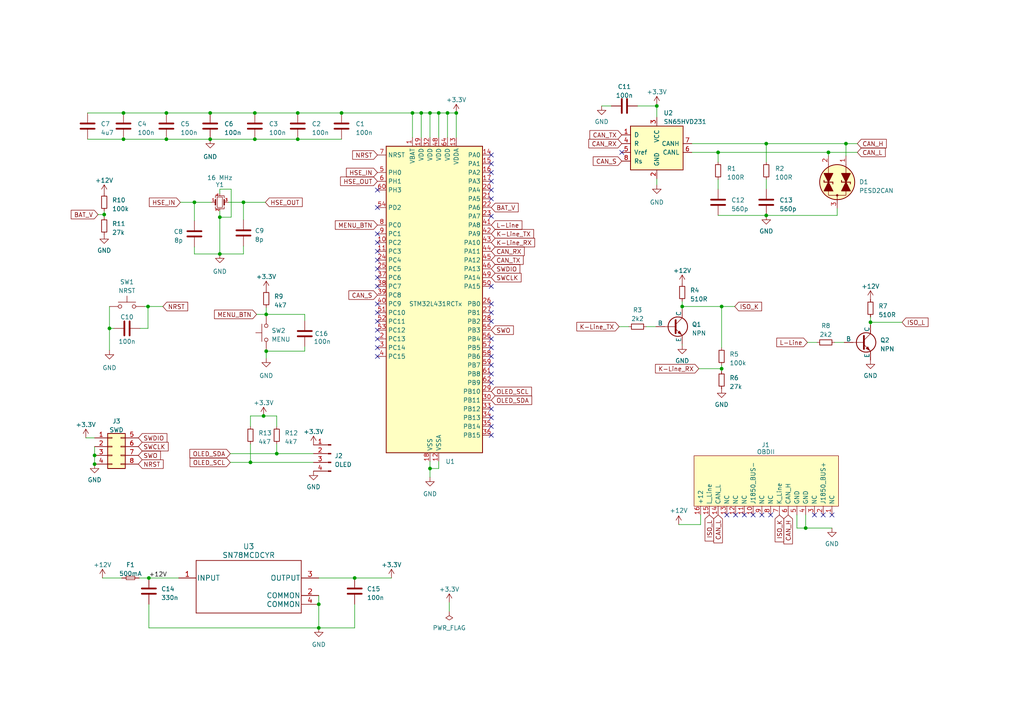
<source format=kicad_sch>
(kicad_sch (version 20230121) (generator eeschema)
  (paper "A4")
  (lib_symbols
    (symbol "Connector:Conn_01x04_Pin" (pin_names (offset 1.016) hide)
      (property "Reference" "J" (at 0 5.08 0))
      (property "Value" "Conn_01x04_Pin" (at 0 -7.62 0))
      (symbol "Conn_01x04_Pin_1_1"
        (polyline (pts (xy 1.27 -5.08) (xy 0.8636 -5.08)) (stroke (width 0.1524)))
        (polyline (pts (xy 1.27 -2.54) (xy 0.8636 -2.54)) (stroke (width 0.1524)))
        (polyline (pts (xy 1.27 0) (xy 0.8636 0)) (stroke (width 0.1524)))
        (polyline (pts (xy 1.27 2.54) (xy 0.8636 2.54)) (stroke (width 0.1524)))
        (rectangle (start 0.8636 -4.953) (end 0 -5.207) (stroke (width 0.1524)) (fill (type outline)))
        (rectangle (start 0.8636 -2.413) (end 0 -2.667) (stroke (width 0.1524)) (fill (type outline)))
        (rectangle (start 0.8636 0.127) (end 0 -0.127) (stroke (width 0.1524)) (fill (type outline)))
        (rectangle (start 0.8636 2.667) (end 0 2.413) (stroke (width 0.1524)) (fill (type outline)))
        (pin passive line (at 5.08 2.54 180) (length 3.81) (name "Pin_1") (number "1"))
        (pin passive line (at 5.08 0 180) (length 3.81) (name "Pin_2") (number "2"))
        (pin passive line (at 5.08 -2.54 180) (length 3.81) (name "Pin_3") (number "3"))
        (pin passive line (at 5.08 -5.08 180) (length 3.81) (name "Pin_4") (number "4"))
      )
    )
    (symbol "Connector_Generic:Conn_02x04_Top_Bottom" (pin_names (offset 1.016) hide)
      (property "Reference" "J" (at 1.27 5.08 0))
      (property "Value" "Conn_02x04_Top_Bottom" (at 1.27 -7.62 0))
      (symbol "Conn_02x04_Top_Bottom_1_1"
        (rectangle (start -1.27 -4.953) (end 0 -5.207) (stroke (width 0.1524)))
        (rectangle (start -1.27 -2.413) (end 0 -2.667) (stroke (width 0.1524)))
        (rectangle (start -1.27 0.127) (end 0 -0.127) (stroke (width 0.1524)))
        (rectangle (start -1.27 2.667) (end 0 2.413) (stroke (width 0.1524)))
        (rectangle (start -1.27 3.81) (end 3.81 -6.35) (stroke (width 0.254)) (fill (type background)))
        (rectangle (start 3.81 -4.953) (end 2.54 -5.207) (stroke (width 0.1524)))
        (rectangle (start 3.81 -2.413) (end 2.54 -2.667) (stroke (width 0.1524)))
        (rectangle (start 3.81 0.127) (end 2.54 -0.127) (stroke (width 0.1524)))
        (rectangle (start 3.81 2.667) (end 2.54 2.413) (stroke (width 0.1524)))
        (pin passive line (at -5.08 2.54 0) (length 3.81) (name "Pin_1") (number "1"))
        (pin passive line (at -5.08 0 0) (length 3.81) (name "Pin_2") (number "2"))
        (pin passive line (at -5.08 -2.54 0) (length 3.81) (name "Pin_3") (number "3"))
        (pin passive line (at -5.08 -5.08 0) (length 3.81) (name "Pin_4") (number "4"))
        (pin passive line (at 7.62 2.54 180) (length 3.81) (name "Pin_5") (number "5"))
        (pin passive line (at 7.62 0 180) (length 3.81) (name "Pin_6") (number "6"))
        (pin passive line (at 7.62 -2.54 180) (length 3.81) (name "Pin_7") (number "7"))
        (pin passive line (at 7.62 -5.08 180) (length 3.81) (name "Pin_8") (number "8"))
      )
    )
    (symbol "Device:C" (pin_numbers hide) (pin_names (offset 0.254))
      (property "Reference" "C" (at 0.635 2.54 0))
      (property "Value" "C" (at 0.635 -2.54 0))
      (symbol "C_0_1"
        (polyline (pts (xy -2.032 -0.762) (xy 2.032 -0.762)) (stroke (width 0.508)))
        (polyline (pts (xy -2.032 0.762) (xy 2.032 0.762)) (stroke (width 0.508)))
      )
      (symbol "C_1_1"
        (pin passive line (at 0 3.81 270) (length 2.794) (name "~") (number "1"))
        (pin passive line (at 0 -3.81 90) (length 2.794) (name "~") (number "2"))
      )
    )
    (symbol "Device:Crystal_GND24_Small" (pin_names (offset 1.016) hide)
      (property "Reference" "Y" (at 1.27 4.445 0))
      (property "Value" "Crystal_GND24_Small" (at 1.27 2.54 0))
      (symbol "Crystal_GND24_Small_0_1"
        (rectangle (start -0.762 -1.524) (end 0.762 1.524))
        (polyline (pts (xy -1.27 -0.762) (xy -1.27 0.762)) (stroke (width 0.381)))
        (polyline (pts (xy 1.27 -0.762) (xy 1.27 0.762)) (stroke (width 0.381)))
        (polyline (pts (xy -1.27 -1.27) (xy -1.27 -1.905) (xy 1.27 -1.905) (xy 1.27 -1.27)))
        (polyline (pts (xy -1.27 1.27) (xy -1.27 1.905) (xy 1.27 1.905) (xy 1.27 1.27)))
      )
      (symbol "Crystal_GND24_Small_1_1"
        (pin passive line (at -2.54 0 0) (length 1.27) (name "1") (number "1"))
        (pin passive line (at 0 -2.54 90) (length 0.635) (name "2") (number "2"))
        (pin passive line (at 2.54 0 180) (length 1.27) (name "3") (number "3"))
        (pin passive line (at 0 2.54 270) (length 0.635) (name "4") (number "4"))
      )
    )
    (symbol "Device:Fuse_Small" (pin_numbers hide) (pin_names (offset 0.254) hide)
      (property "Reference" "F" (at 0 -1.524 0))
      (property "Value" "Fuse_Small" (at 0 1.524 0))
      (symbol "Fuse_Small_0_1"
        (rectangle (start -1.27 0.508) (end 1.27 -0.508))
        (polyline (pts (xy -1.27 0) (xy 1.27 0)))
      )
      (symbol "Fuse_Small_1_1"
        (pin passive line (at -2.54 0 0) (length 1.27) (name "~") (number "1"))
        (pin passive line (at 2.54 0 180) (length 1.27) (name "~") (number "2"))
      )
    )
    (symbol "Device:R_Small" (pin_numbers hide) (pin_names (offset 0.254) hide)
      (property "Reference" "R" (at 0.762 0.508 0))
      (property "Value" "R_Small" (at 0.762 -1.016 0))
      (symbol "R_Small_0_1"
        (rectangle (start -0.762 1.778) (end 0.762 -1.778) (stroke (width 0.2032)))
      )
      (symbol "R_Small_1_1"
        (pin passive line (at 0 2.54 270) (length 0.762) (name "~") (number "1"))
        (pin passive line (at 0 -2.54 90) (length 0.762) (name "~") (number "2"))
      )
    )
    (symbol "Interface_CAN_LIN:SN65HVD231" (pin_names (offset 1.016))
      (property "Reference" "U" (at -2.54 10.16 0))
      (property "Value" "SN65HVD231" (at -2.54 7.62 0))
      (symbol "SN65HVD231_0_1"
        (rectangle (start -7.62 5.08) (end 7.62 -7.62) (stroke (width 0.254)) (fill (type background)))
      )
      (symbol "SN65HVD231_1_1"
        (pin input line (at -10.16 2.54 0) (length 2.54) (name "D") (number "1"))
        (pin power_in line (at 0 -10.16 90) (length 2.54) (name "GND") (number "2"))
        (pin power_in line (at 0 7.62 270) (length 2.54) (name "VCC") (number "3"))
        (pin output line (at -10.16 0 0) (length 2.54) (name "R") (number "4"))
        (pin output line (at -10.16 -2.54 0) (length 2.54) (name "Vref") (number "5"))
        (pin bidirectional line (at 10.16 -2.54 180) (length 2.54) (name "CANL") (number "6"))
        (pin bidirectional line (at 10.16 0 180) (length 2.54) (name "CANH") (number "7"))
        (pin input line (at -10.16 -5.08 0) (length 2.54) (name "Rs") (number "8"))
      )
    )
    (symbol "MCU_ST_STM32L4:STM32L431RCTx"
      (property "Reference" "U" (at -12.7 46.99 0))
      (property "Value" "STM32L431RCTx" (at 10.16 46.99 0))
      (symbol "STM32L431RCTx_0_1"
        (rectangle (start -12.7 -43.18) (end 15.24 45.72) (stroke (width 0.254)) (fill (type background)))
      )
      (symbol "STM32L431RCTx_1_1"
        (pin power_in line (at -5.08 48.26 270) (length 2.54) (name "VBAT") (number "1"))
        (pin bidirectional line (at -15.24 17.78 0) (length 2.54) (name "PC2") (number "10"))
        (pin bidirectional line (at -15.24 15.24 0) (length 2.54) (name "PC3") (number "11"))
        (pin power_in line (at 2.54 -45.72 90) (length 2.54) (name "VSSA") (number "12"))
        (pin power_in line (at 7.62 48.26 270) (length 2.54) (name "VDDA") (number "13"))
        (pin bidirectional line (at 17.78 43.18 180) (length 2.54) (name "PA0") (number "14"))
        (pin bidirectional line (at 17.78 40.64 180) (length 2.54) (name "PA1") (number "15"))
        (pin bidirectional line (at 17.78 38.1 180) (length 2.54) (name "PA2") (number "16"))
        (pin bidirectional line (at 17.78 35.56 180) (length 2.54) (name "PA3") (number "17"))
        (pin power_in line (at 0 -45.72 90) (length 2.54) (name "VSS") (number "18"))
        (pin power_in line (at -2.54 48.26 270) (length 2.54) (name "VDD") (number "19"))
        (pin bidirectional line (at -15.24 -10.16 0) (length 2.54) (name "PC13") (number "2"))
        (pin bidirectional line (at 17.78 33.02 180) (length 2.54) (name "PA4") (number "20"))
        (pin bidirectional line (at 17.78 30.48 180) (length 2.54) (name "PA5") (number "21"))
        (pin bidirectional line (at 17.78 27.94 180) (length 2.54) (name "PA6") (number "22"))
        (pin bidirectional line (at 17.78 25.4 180) (length 2.54) (name "PA7") (number "23"))
        (pin bidirectional line (at -15.24 12.7 0) (length 2.54) (name "PC4") (number "24"))
        (pin bidirectional line (at -15.24 10.16 0) (length 2.54) (name "PC5") (number "25"))
        (pin bidirectional line (at 17.78 0 180) (length 2.54) (name "PB0") (number "26"))
        (pin bidirectional line (at 17.78 -2.54 180) (length 2.54) (name "PB1") (number "27"))
        (pin bidirectional line (at 17.78 -5.08 180) (length 2.54) (name "PB2") (number "28"))
        (pin bidirectional line (at 17.78 -25.4 180) (length 2.54) (name "PB10") (number "29"))
        (pin bidirectional line (at -15.24 -12.7 0) (length 2.54) (name "PC14") (number "3"))
        (pin bidirectional line (at 17.78 -27.94 180) (length 2.54) (name "PB11") (number "30"))
        (pin passive line (at 0 -45.72 90) (length 2.54) hide (name "VSS") (number "31"))
        (pin power_in line (at 0 48.26 270) (length 2.54) (name "VDD") (number "32"))
        (pin bidirectional line (at 17.78 -30.48 180) (length 2.54) (name "PB12") (number "33"))
        (pin bidirectional line (at 17.78 -33.02 180) (length 2.54) (name "PB13") (number "34"))
        (pin bidirectional line (at 17.78 -35.56 180) (length 2.54) (name "PB14") (number "35"))
        (pin bidirectional line (at 17.78 -38.1 180) (length 2.54) (name "PB15") (number "36"))
        (pin bidirectional line (at -15.24 7.62 0) (length 2.54) (name "PC6") (number "37"))
        (pin bidirectional line (at -15.24 5.08 0) (length 2.54) (name "PC7") (number "38"))
        (pin bidirectional line (at -15.24 2.54 0) (length 2.54) (name "PC8") (number "39"))
        (pin bidirectional line (at -15.24 -15.24 0) (length 2.54) (name "PC15") (number "4"))
        (pin bidirectional line (at -15.24 0 0) (length 2.54) (name "PC9") (number "40"))
        (pin bidirectional line (at 17.78 22.86 180) (length 2.54) (name "PA8") (number "41"))
        (pin bidirectional line (at 17.78 20.32 180) (length 2.54) (name "PA9") (number "42"))
        (pin bidirectional line (at 17.78 17.78 180) (length 2.54) (name "PA10") (number "43"))
        (pin bidirectional line (at 17.78 15.24 180) (length 2.54) (name "PA11") (number "44"))
        (pin bidirectional line (at 17.78 12.7 180) (length 2.54) (name "PA12") (number "45"))
        (pin bidirectional line (at 17.78 10.16 180) (length 2.54) (name "PA13") (number "46"))
        (pin passive line (at 0 -45.72 90) (length 2.54) hide (name "VSS") (number "47"))
        (pin power_in line (at 2.54 48.26 270) (length 2.54) (name "VDD") (number "48"))
        (pin bidirectional line (at 17.78 7.62 180) (length 2.54) (name "PA14") (number "49"))
        (pin bidirectional line (at -15.24 38.1 0) (length 2.54) (name "PH0") (number "5"))
        (pin bidirectional line (at 17.78 5.08 180) (length 2.54) (name "PA15") (number "50"))
        (pin bidirectional line (at -15.24 -2.54 0) (length 2.54) (name "PC10") (number "51"))
        (pin bidirectional line (at -15.24 -5.08 0) (length 2.54) (name "PC11") (number "52"))
        (pin bidirectional line (at -15.24 -7.62 0) (length 2.54) (name "PC12") (number "53"))
        (pin bidirectional line (at -15.24 27.94 0) (length 2.54) (name "PD2") (number "54"))
        (pin bidirectional line (at 17.78 -7.62 180) (length 2.54) (name "PB3") (number "55"))
        (pin bidirectional line (at 17.78 -10.16 180) (length 2.54) (name "PB4") (number "56"))
        (pin bidirectional line (at 17.78 -12.7 180) (length 2.54) (name "PB5") (number "57"))
        (pin bidirectional line (at 17.78 -15.24 180) (length 2.54) (name "PB6") (number "58"))
        (pin bidirectional line (at 17.78 -17.78 180) (length 2.54) (name "PB7") (number "59"))
        (pin bidirectional line (at -15.24 35.56 0) (length 2.54) (name "PH1") (number "6"))
        (pin bidirectional line (at -15.24 33.02 0) (length 2.54) (name "PH3") (number "60"))
        (pin bidirectional line (at 17.78 -20.32 180) (length 2.54) (name "PB8") (number "61"))
        (pin bidirectional line (at 17.78 -22.86 180) (length 2.54) (name "PB9") (number "62"))
        (pin passive line (at 0 -45.72 90) (length 2.54) hide (name "VSS") (number "63"))
        (pin power_in line (at 5.08 48.26 270) (length 2.54) (name "VDD") (number "64"))
        (pin input line (at -15.24 43.18 0) (length 2.54) (name "NRST") (number "7"))
        (pin bidirectional line (at -15.24 22.86 0) (length 2.54) (name "PC0") (number "8"))
        (pin bidirectional line (at -15.24 20.32 0) (length 2.54) (name "PC1") (number "9"))
      )
    )
    (symbol "PCM_Diode_TVS_AKL:PESD2CAN" (pin_names (offset 1.016) hide)
      (property "Reference" "D" (at 0 8.89 0))
      (property "Value" "PESD2CAN" (at 0 6.35 0))
      (symbol "PESD2CAN_0_1"
        (circle (center -3.81 0) (radius 0.254) (fill (type outline)))
        (polyline (pts (xy -6.35 0) (xy -3.81 0)))
        (polyline (pts (xy 2.54 -2.54) (xy 5.08 -2.54)))
        (polyline (pts (xy 2.54 2.54) (xy 5.08 2.54)))
        (polyline (pts (xy -2.54 2.54) (xy -3.81 2.54) (xy -3.81 -2.54) (xy -2.54 -2.54)))
        (circle (center 0 0) (radius 5.08) (stroke (width 0.254)) (fill (type background)))
      )
      (symbol "PESD2CAN_1_1"
        (polyline (pts (xy -1.27 -2.54) (xy 1.27 -2.54)))
        (polyline (pts (xy -1.27 2.54) (xy 1.27 2.54)))
        (polyline (pts (xy 0 -3.81) (xy -0.508 -3.81)) (stroke (width 0.254)))
        (polyline (pts (xy 0 -3.81) (xy 0 -1.27)) (stroke (width 0.254)))
        (polyline (pts (xy 0 -1.27) (xy 0.508 -1.27)) (stroke (width 0.254)))
        (polyline (pts (xy 0 1.27) (xy -0.508 1.27)) (stroke (width 0.254)))
        (polyline (pts (xy 0 1.27) (xy 0 3.81)) (stroke (width 0.254)))
        (polyline (pts (xy 0 3.81) (xy 0.508 3.81)) (stroke (width 0.254)))
        (polyline (pts (xy -2.54 -3.81) (xy -2.54 -1.27) (xy 0 -2.54) (xy -2.54 -3.81)) (stroke (width 0.254)) (fill (type outline)))
        (polyline (pts (xy -2.54 1.27) (xy -2.54 3.81) (xy 0 2.54) (xy -2.54 1.27)) (stroke (width 0.254)) (fill (type outline)))
        (polyline (pts (xy 0 -2.54) (xy 2.54 -3.81) (xy 2.54 -1.27) (xy 0 -2.54)) (stroke (width 0.254)) (fill (type outline)))
        (polyline (pts (xy 0 2.54) (xy 2.54 1.27) (xy 2.54 3.81) (xy 0 2.54)) (stroke (width 0.254)) (fill (type outline)))
        (pin passive line (at 7.62 -2.54 180) (length 2.54) (name "A1") (number "1"))
        (pin passive line (at 7.62 2.54 180) (length 2.54) (name "A2") (number "2"))
        (pin passive line (at -7.62 0 0) (length 2.54) (name "Com") (number "3"))
      )
    )
    (symbol "Simulation_SPICE:NPN" (pin_numbers hide) (pin_names (offset 0))
      (property "Reference" "Q" (at -2.54 7.62 0))
      (property "Value" "NPN" (at -2.54 5.08 0))
      (symbol "NPN_0_1"
        (polyline (pts (xy -2.54 0) (xy 0.635 0)) (stroke (width 0.1524)))
        (polyline (pts (xy 0.635 0.635) (xy 2.54 2.54)))
        (polyline (pts (xy 2.794 -1.27) (xy 2.794 -1.27)) (stroke (width 0.1524)))
        (polyline (pts (xy 2.794 -1.27) (xy 2.794 -1.27)) (stroke (width 0.1524)))
        (polyline (pts (xy 0.635 -0.635) (xy 2.54 -2.54) (xy 2.54 -2.54)))
        (polyline (pts (xy 0.635 1.905) (xy 0.635 -1.905) (xy 0.635 -1.905)) (stroke (width 0.508)))
        (polyline (pts (xy 1.27 -1.778) (xy 1.778 -1.27) (xy 2.286 -2.286) (xy 1.27 -1.778) (xy 1.27 -1.778)) (fill (type outline)))
        (circle (center 1.27 0) (radius 2.8194) (stroke (width 0.254)))
      )
      (symbol "NPN_1_1"
        (pin open_collector line (at 2.54 5.08 270) (length 2.54) (name "C") (number "1"))
        (pin input line (at -5.08 0 0) (length 2.54) (name "B") (number "2"))
        (pin open_emitter line (at 2.54 -5.08 90) (length 2.54) (name "E") (number "3"))
      )
    )
    (symbol "Switch:SW_Push" (pin_numbers hide) (pin_names (offset 1.016) hide)
      (property "Reference" "SW" (at 1.27 2.54 0))
      (property "Value" "SW_Push" (at 0 -1.524 0))
      (symbol "SW_Push_0_1"
        (circle (center -2.032 0) (radius 0.508))
        (polyline (pts (xy 0 1.27) (xy 0 3.048)))
        (polyline (pts (xy 2.54 1.27) (xy -2.54 1.27)))
        (circle (center 2.032 0) (radius 0.508))
        (pin passive line (at -5.08 0 0) (length 2.54) (name "1") (number "1"))
        (pin passive line (at 5.08 0 180) (length 2.54) (name "2") (number "2"))
      )
    )
    (symbol "power:+12V" (power) (pin_names (offset 0))
      (property "Value" "+12V" (at 0 3.556 0))
      (symbol "+12V_0_1"
        (polyline (pts (xy -0.762 1.27) (xy 0 2.54)))
        (polyline (pts (xy 0 0) (xy 0 2.54)))
        (polyline (pts (xy 0 2.54) (xy 0.762 1.27)))
      )
      (symbol "+12V_1_1"
        (pin power_in line (at 0 0 90) (length 0) hide (name "+12V") (number "1"))
      )
    )
    (symbol "power:+3.3V" (power) (pin_names (offset 0))
      (property "Value" "+3.3V" (at 0 3.556 0))
      (symbol "+3.3V_0_1"
        (polyline (pts (xy -0.762 1.27) (xy 0 2.54)))
        (polyline (pts (xy 0 0) (xy 0 2.54)))
        (polyline (pts (xy 0 2.54) (xy 0.762 1.27)))
      )
      (symbol "+3.3V_1_1"
        (pin power_in line (at 0 0 90) (length 0) hide (name "+3.3V") (number "1"))
      )
    )
    (symbol "power:GND" (power) (pin_names (offset 0))
      (property "Value" "GND" (at 0 -3.81 0))
      (symbol "GND_0_1"
        (polyline (pts (xy 0 0) (xy 0 -1.27) (xy 1.27 -1.27) (xy 0 -2.54) (xy -1.27 -1.27) (xy 0 -1.27)))
      )
      (symbol "GND_1_1"
        (pin power_in line (at 0 0 270) (length 0) hide (name "GND") (number "1"))
      )
    )
    (symbol "power:PWR_FLAG" (power) (pin_numbers hide) (pin_names (offset 0) hide)
      (property "Value" "PWR_FLAG" (at 0 3.81 0))
      (symbol "PWR_FLAG_0_0"
        (pin power_out line (at 0 0 90) (length 0) (name "pwr") (number "1"))
      )
      (symbol "PWR_FLAG_0_1"
        (polyline (pts (xy 0 0) (xy 0 1.27) (xy -1.016 1.905) (xy 0 2.54) (xy 1.016 1.905) (xy 0 1.27)))
      )
    )
    (symbol "tme_library:OBDII"
      (property "Reference" "J" (at 0 -13.335 0))
      (property "Value" "OBDII" (at 0 12.7 0))
      (symbol "OBDII_0_1"
        (rectangle (start -20.955 10.795) (end 20.955 -3.81) (fill (type background)))
      )
      (symbol "OBDII_1_1"
        (pin free line (at -19.05 -6.35 90) (length 2.54) (name "NC") (number "1"))
        (pin free line (at 3.81 -6.35 90) (length 2.54) (name "J1850_BUS-") (number "10"))
        (pin free line (at 6.35 -6.35 90) (length 2.54) (name "NC") (number "11"))
        (pin free line (at 8.89 -6.35 90) (length 2.54) (name "NC") (number "12"))
        (pin free line (at 11.43 -6.35 90) (length 2.54) (name "NC") (number "13"))
        (pin free line (at 13.97 -6.35 90) (length 2.54) (name "CAN_L") (number "14"))
        (pin free line (at 16.51 -6.35 90) (length 2.54) (name "L_Line") (number "15"))
        (pin power_out line (at 19.05 -6.35 90) (length 2.54) (name "+12") (number "16"))
        (pin free line (at -16.51 -6.35 90) (length 2.54) (name "J1850_BUS+") (number "2"))
        (pin free line (at -13.97 -6.35 90) (length 2.54) (name "NC") (number "3"))
        (pin free line (at -11.43 -6.35 90) (length 2.54) (name "GND") (number "4"))
        (pin free line (at -8.89 -6.35 90) (length 2.54) (name "GND") (number "5"))
        (pin free line (at -6.35 -6.35 90) (length 2.54) (name "CAN_H") (number "6"))
        (pin free line (at -3.81 -6.35 90) (length 2.54) (name "K_Line") (number "7"))
        (pin free line (at -1.27 -6.35 90) (length 2.54) (name "NC") (number "8"))
        (pin free line (at 1.27 -6.35 90) (length 2.54) (name "NC") (number "9"))
      )
    )
    (symbol "tme_library:SN78MCDCYR" (pin_names (offset 0.254))
      (property "Reference" "U" (at 0 2.54 0))
      (property "Value" "SN78MCDCYR" (at 0 0 0))
      (symbol "SN78MCDCYR_1_1"
        (polyline (pts (xy -15.24 -7.62) (xy 15.24 -7.62)) (stroke (width 0.2032)))
        (polyline (pts (xy -15.24 7.62) (xy -15.24 -7.62)) (stroke (width 0.2032)))
        (polyline (pts (xy 15.24 -7.62) (xy 15.24 7.62)) (stroke (width 0.2032)))
        (polyline (pts (xy 15.24 7.62) (xy -15.24 7.62)) (stroke (width 0.2032)))
        (pin power_in line (at -20.32 2.54 0) (length 5.08) (name "INPUT") (number "1"))
        (pin power_in line (at 20.32 -2.54 180) (length 5.08) (name "COMMON") (number "2"))
        (pin power_in line (at 20.32 2.54 180) (length 5.08) (name "OUTPUT") (number "3"))
        (pin power_in line (at 20.32 -5.08 180) (length 5.08) (name "COMMON") (number "4"))
      )
    )
  )
  (junction (at 35.814 32.766))
  (junction (at 124.714 135.89))
  (junction (at 208.28 44.196))
  (junction (at 35.814 40.386))
  (junction (at 132.334 32.766))
  (junction (at 80.264 131.572))
  (junction (at 240.284 44.196))
  (junction (at 233.68 153.162))
  (junction (at 209.296 88.9))
  (junction (at 72.644 134.112))
  (junction (at 190.5 30.734))
  (junction (at 209.296 106.934))
  (junction (at 119.634 32.766))
  (junction (at 124.714 32.766))
  (junction (at 48.26 40.386))
  (junction (at 86.36 40.386))
  (junction (at 99.06 32.766))
  (junction (at 197.866 88.9))
  (junction (at 63.754 62.992))
  (junction (at 222.25 41.656))
  (junction (at 56.388 58.674))
  (junction (at 63.754 73.66))
  (junction (at 42.926 88.9))
  (junction (at 48.26 32.766))
  (junction (at 122.174 32.766))
  (junction (at 129.794 32.766))
  (junction (at 102.87 167.64))
  (junction (at 43.18 167.64))
  (junction (at 222.25 62.484))
  (junction (at 86.36 32.766))
  (junction (at 70.612 58.674))
  (junction (at 92.456 175.26))
  (junction (at 76.454 120.65))
  (junction (at 60.96 32.766))
  (junction (at 60.96 40.386))
  (junction (at 27.432 134.62))
  (junction (at 252.476 93.472))
  (junction (at 27.432 132.08))
  (junction (at 77.216 91.186))
  (junction (at 73.914 40.386))
  (junction (at 127.254 32.766))
  (junction (at 77.216 101.854))
  (junction (at 30.226 62.23))
  (junction (at 92.456 182.118))
  (junction (at 31.75 95.25))
  (junction (at 245.364 41.656))
  (junction (at 73.914 32.766))
  (no_connect (at 142.494 93.218))
  (no_connect (at 210.82 149.352))
  (no_connect (at 142.494 105.918))
  (no_connect (at 109.474 83.058))
  (no_connect (at 142.494 108.458))
  (no_connect (at 142.494 83.058))
  (no_connect (at 142.494 62.738))
  (no_connect (at 142.494 121.158))
  (no_connect (at 142.494 44.958))
  (no_connect (at 109.474 98.298))
  (no_connect (at 142.494 50.038))
  (no_connect (at 109.474 60.198))
  (no_connect (at 238.76 149.352))
  (no_connect (at 109.474 80.518))
  (no_connect (at 109.474 103.378))
  (no_connect (at 142.494 118.618))
  (no_connect (at 142.494 123.698))
  (no_connect (at 109.474 95.758))
  (no_connect (at 142.494 88.138))
  (no_connect (at 109.474 90.678))
  (no_connect (at 142.494 47.498))
  (no_connect (at 109.474 67.818))
  (no_connect (at 109.474 93.218))
  (no_connect (at 142.494 110.998))
  (no_connect (at 142.494 103.378))
  (no_connect (at 213.36 149.352))
  (no_connect (at 180.34 44.196))
  (no_connect (at 142.494 100.838))
  (no_connect (at 109.474 72.898))
  (no_connect (at 109.474 88.138))
  (no_connect (at 109.474 70.358))
  (no_connect (at 142.494 98.298))
  (no_connect (at 142.494 55.118))
  (no_connect (at 215.9 149.352))
  (no_connect (at 142.494 90.678))
  (no_connect (at 220.98 149.352))
  (no_connect (at 142.494 52.578))
  (no_connect (at 109.474 75.438))
  (no_connect (at 142.494 126.238))
  (no_connect (at 223.52 149.352))
  (no_connect (at 109.474 77.978))
  (no_connect (at 109.474 55.118))
  (no_connect (at 236.22 149.352))
  (no_connect (at 109.474 100.838))
  (no_connect (at 218.44 149.352))
  (no_connect (at 142.494 57.658))
  (no_connect (at 241.3 149.352))
  (wire (pts (xy 74.422 91.186) (xy 77.216 91.186)))
  (wire (pts (xy 67.056 54.864) (xy 67.056 62.992)))
  (wire (pts (xy 25.4 32.766) (xy 35.814 32.766)))
  (wire (pts (xy 124.714 32.766) (xy 127.254 32.766)))
  (wire (pts (xy 197.866 88.9) (xy 197.866 89.662)))
  (wire (pts (xy 127.254 133.858) (xy 127.254 135.89)))
  (wire (pts (xy 43.18 182.118) (xy 43.18 175.26)))
  (wire (pts (xy 76.454 120.65) (xy 80.264 120.65)))
  (wire (pts (xy 124.714 133.858) (xy 124.714 135.89)))
  (wire (pts (xy 73.914 32.766) (xy 86.36 32.766)))
  (wire (pts (xy 31.75 95.25) (xy 31.75 101.6)))
  (wire (pts (xy 48.26 32.766) (xy 60.96 32.766)))
  (wire (pts (xy 40.64 95.25) (xy 42.926 95.25)))
  (wire (pts (xy 56.388 58.674) (xy 61.214 58.674)))
  (wire (pts (xy 60.96 32.766) (xy 73.914 32.766)))
  (wire (pts (xy 66.802 131.572) (xy 80.264 131.572)))
  (wire (pts (xy 27.432 129.54) (xy 27.432 132.08)))
  (wire (pts (xy 27.432 132.08) (xy 27.432 134.62)))
  (wire (pts (xy 122.174 32.766) (xy 122.174 39.878)))
  (wire (pts (xy 233.68 153.162) (xy 233.68 149.352)))
  (wire (pts (xy 190.5 53.594) (xy 190.5 51.816)))
  (wire (pts (xy 90.932 131.572) (xy 80.264 131.572)))
  (wire (pts (xy 252.476 91.948) (xy 252.476 93.472)))
  (wire (pts (xy 72.644 134.112) (xy 72.644 128.778)))
  (wire (pts (xy 240.284 44.196) (xy 240.284 45.212)))
  (wire (pts (xy 60.96 40.386) (xy 73.914 40.386)))
  (wire (pts (xy 196.85 152.146) (xy 203.2 152.146)))
  (wire (pts (xy 77.216 101.854) (xy 88.392 101.854)))
  (wire (pts (xy 222.25 62.484) (xy 242.824 62.484)))
  (wire (pts (xy 92.456 175.26) (xy 92.456 182.118)))
  (wire (pts (xy 86.36 40.386) (xy 99.06 40.386)))
  (wire (pts (xy 208.28 62.484) (xy 222.25 62.484)))
  (wire (pts (xy 174.498 30.734) (xy 177.292 30.734)))
  (wire (pts (xy 179.578 94.742) (xy 182.372 94.742)))
  (wire (pts (xy 202.692 106.934) (xy 209.296 106.934)))
  (wire (pts (xy 92.456 182.118) (xy 43.18 182.118)))
  (wire (pts (xy 70.612 58.674) (xy 76.962 58.674)))
  (wire (pts (xy 234.188 99.314) (xy 236.982 99.314)))
  (wire (pts (xy 127.254 32.766) (xy 129.794 32.766)))
  (wire (pts (xy 208.28 44.196) (xy 208.28 46.99)))
  (wire (pts (xy 43.18 167.64) (xy 51.816 167.64)))
  (wire (pts (xy 252.476 93.472) (xy 252.476 94.234)))
  (wire (pts (xy 197.866 87.376) (xy 197.866 88.9)))
  (wire (pts (xy 252.476 93.472) (xy 261.62 93.472)))
  (wire (pts (xy 132.334 32.766) (xy 132.334 39.878)))
  (wire (pts (xy 63.754 61.214) (xy 63.754 62.992)))
  (wire (pts (xy 35.814 32.766) (xy 48.26 32.766)))
  (wire (pts (xy 63.754 73.66) (xy 70.612 73.66)))
  (wire (pts (xy 190.5 30.734) (xy 190.5 34.036)))
  (wire (pts (xy 209.296 106.934) (xy 209.296 107.696)))
  (wire (pts (xy 240.284 44.196) (xy 248.666 44.196)))
  (wire (pts (xy 209.296 88.9) (xy 209.296 100.838)))
  (wire (pts (xy 245.364 41.656) (xy 248.666 41.656)))
  (wire (pts (xy 86.36 32.766) (xy 99.06 32.766)))
  (wire (pts (xy 102.87 167.64) (xy 113.538 167.64)))
  (wire (pts (xy 72.644 123.698) (xy 72.644 120.65)))
  (wire (pts (xy 203.2 152.146) (xy 203.2 149.352)))
  (wire (pts (xy 222.25 41.656) (xy 222.25 46.99)))
  (wire (pts (xy 77.216 89.154) (xy 77.216 91.186)))
  (wire (pts (xy 31.75 88.9) (xy 31.75 95.25)))
  (wire (pts (xy 42.926 88.9) (xy 47.244 88.9)))
  (wire (pts (xy 213.106 88.9) (xy 209.296 88.9)))
  (wire (pts (xy 70.612 58.674) (xy 70.612 63.754)))
  (wire (pts (xy 222.25 41.656) (xy 245.364 41.656)))
  (wire (pts (xy 122.174 32.766) (xy 124.714 32.766)))
  (wire (pts (xy 66.802 134.112) (xy 72.644 134.112)))
  (wire (pts (xy 48.26 40.386) (xy 60.96 40.386)))
  (wire (pts (xy 197.866 100.076) (xy 197.866 99.822)))
  (wire (pts (xy 208.28 52.07) (xy 208.28 54.864)))
  (wire (pts (xy 67.056 62.992) (xy 63.754 62.992)))
  (wire (pts (xy 200.66 44.196) (xy 208.28 44.196)))
  (wire (pts (xy 29.718 167.64) (xy 35.306 167.64)))
  (wire (pts (xy 102.87 182.118) (xy 92.456 182.118)))
  (wire (pts (xy 56.388 71.628) (xy 56.388 73.66)))
  (wire (pts (xy 242.824 60.452) (xy 242.824 62.484)))
  (wire (pts (xy 245.364 41.656) (xy 245.364 45.212)))
  (wire (pts (xy 124.714 135.89) (xy 124.714 138.43)))
  (wire (pts (xy 90.932 134.112) (xy 72.644 134.112)))
  (wire (pts (xy 119.634 32.766) (xy 122.174 32.766)))
  (wire (pts (xy 63.754 54.864) (xy 67.056 54.864)))
  (wire (pts (xy 63.754 62.992) (xy 63.754 73.66)))
  (wire (pts (xy 35.814 40.386) (xy 48.26 40.386)))
  (wire (pts (xy 41.91 88.9) (xy 42.926 88.9)))
  (wire (pts (xy 231.14 149.352) (xy 231.14 153.162)))
  (wire (pts (xy 28.448 62.23) (xy 30.226 62.23)))
  (wire (pts (xy 72.644 120.65) (xy 76.454 120.65)))
  (wire (pts (xy 77.216 91.186) (xy 88.392 91.186)))
  (wire (pts (xy 119.634 32.766) (xy 119.634 39.878)))
  (wire (pts (xy 208.28 44.196) (xy 240.284 44.196)))
  (wire (pts (xy 233.68 153.162) (xy 241.3 153.162)))
  (wire (pts (xy 25.4 40.386) (xy 35.814 40.386)))
  (wire (pts (xy 88.392 92.964) (xy 88.392 91.186)))
  (wire (pts (xy 187.452 94.742) (xy 190.246 94.742)))
  (wire (pts (xy 184.912 30.734) (xy 190.5 30.734)))
  (wire (pts (xy 77.216 101.6) (xy 77.216 101.854)))
  (wire (pts (xy 124.714 32.766) (xy 124.714 39.878)))
  (wire (pts (xy 130.302 174.752) (xy 130.302 177.292)))
  (wire (pts (xy 80.264 131.572) (xy 80.264 128.778)))
  (wire (pts (xy 70.612 73.66) (xy 70.612 71.374)))
  (wire (pts (xy 77.216 91.186) (xy 77.216 91.44)))
  (wire (pts (xy 209.296 105.918) (xy 209.296 106.934)))
  (wire (pts (xy 190.5 30.48) (xy 190.5 30.734)))
  (wire (pts (xy 200.66 41.656) (xy 222.25 41.656)))
  (wire (pts (xy 242.062 99.314) (xy 244.856 99.314)))
  (wire (pts (xy 56.388 73.66) (xy 63.754 73.66)))
  (wire (pts (xy 102.87 175.26) (xy 102.87 182.118)))
  (wire (pts (xy 231.14 153.162) (xy 233.68 153.162)))
  (wire (pts (xy 92.456 167.64) (xy 102.87 167.64)))
  (wire (pts (xy 52.324 58.674) (xy 56.388 58.674)))
  (wire (pts (xy 88.392 101.854) (xy 88.392 100.584)))
  (wire (pts (xy 30.226 62.23) (xy 30.226 62.992)))
  (wire (pts (xy 99.06 32.766) (xy 119.634 32.766)))
  (wire (pts (xy 73.914 40.386) (xy 86.36 40.386)))
  (wire (pts (xy 127.254 32.766) (xy 127.254 39.878)))
  (wire (pts (xy 129.794 32.766) (xy 132.334 32.766)))
  (wire (pts (xy 222.25 52.07) (xy 222.25 54.864)))
  (wire (pts (xy 56.388 58.674) (xy 56.388 64.008)))
  (wire (pts (xy 40.386 167.64) (xy 43.18 167.64)))
  (wire (pts (xy 209.296 88.9) (xy 197.866 88.9)))
  (wire (pts (xy 129.794 32.766) (xy 129.794 39.878)))
  (wire (pts (xy 80.264 120.65) (xy 80.264 123.698)))
  (wire (pts (xy 63.754 56.134) (xy 63.754 54.864)))
  (wire (pts (xy 31.75 95.25) (xy 33.02 95.25)))
  (wire (pts (xy 92.456 172.72) (xy 92.456 175.26)))
  (wire (pts (xy 30.226 61.214) (xy 30.226 62.23)))
  (wire (pts (xy 66.294 58.674) (xy 70.612 58.674)))
  (wire (pts (xy 24.892 127) (xy 27.432 127)))
  (wire (pts (xy 77.216 101.854) (xy 77.216 103.886)))
  (wire (pts (xy 42.926 95.25) (xy 42.926 88.9)))
  (wire (pts (xy 127.254 135.89) (xy 124.714 135.89)))
  (label "+12V" (at 43.18 167.64 0))
  (global_label "CAN_TX" (shape input) (at 180.34 39.116 180) (property "Intersheetrefs" "${INTERSHEET_REFS}" (effects hide)))
  (global_label "K-Line_RX" (shape input) (at 142.494 70.358 0) (property "Intersheetrefs" "${INTERSHEET_REFS}" (effects hide)))
  (global_label "SWO" (shape input) (at 40.132 132.08 0) (property "Intersheetrefs" "${INTERSHEET_REFS}" (effects hide)))
  (global_label "SWCLK" (shape input) (at 40.132 129.54 0) (property "Intersheetrefs" "${INTERSHEET_REFS}" (effects hide)))
  (global_label "NRST" (shape input) (at 109.474 44.958 180) (property "Intersheetrefs" "${INTERSHEET_REFS}" (effects hide)))
  (global_label "OLED_SCL" (shape input) (at 66.802 134.112 180) (property "Intersheetrefs" "${INTERSHEET_REFS}" (effects hide)))
  (global_label "SWCLK" (shape input) (at 142.494 80.518 0) (property "Intersheetrefs" "${INTERSHEET_REFS}" (effects hide)))
  (global_label "HSE_IN" (shape input) (at 52.324 58.674 180) (property "Intersheetrefs" "${INTERSHEET_REFS}" (effects hide)))
  (global_label "K-Line_RX" (shape input) (at 202.692 106.934 180) (property "Intersheetrefs" "${INTERSHEET_REFS}" (effects hide)))
  (global_label "K-Line_TX" (shape input) (at 179.578 94.742 180) (property "Intersheetrefs" "${INTERSHEET_REFS}" (effects hide)))
  (global_label "OLED_SDA" (shape input) (at 142.494 116.078 0) (property "Intersheetrefs" "${INTERSHEET_REFS}" (effects hide)))
  (global_label "CAN_S" (shape input) (at 109.474 85.598 180) (property "Intersheetrefs" "${INTERSHEET_REFS}" (effects hide)))
  (global_label "SWDIO" (shape input) (at 142.494 77.978 0) (property "Intersheetrefs" "${INTERSHEET_REFS}" (effects hide)))
  (global_label "L-Line" (shape input) (at 234.188 99.314 180) (property "Intersheetrefs" "${INTERSHEET_REFS}" (effects hide)))
  (global_label "L-Line" (shape input) (at 142.494 65.278 0) (property "Intersheetrefs" "${INTERSHEET_REFS}" (effects hide)))
  (global_label "BAT_V" (shape input) (at 28.448 62.23 180) (property "Intersheetrefs" "${INTERSHEET_REFS}" (effects hide)))
  (global_label "ISO_L" (shape input) (at 205.74 149.352 270) (property "Intersheetrefs" "${INTERSHEET_REFS}" (effects hide)))
  (global_label "ISO_L" (shape input) (at 261.62 93.472 0) (property "Intersheetrefs" "${INTERSHEET_REFS}" (effects hide)))
  (global_label "K-Line_TX" (shape input) (at 142.494 67.818 0) (property "Intersheetrefs" "${INTERSHEET_REFS}" (effects hide)))
  (global_label "CAN_H" (shape input) (at 228.6 149.352 270) (property "Intersheetrefs" "${INTERSHEET_REFS}" (effects hide)))
  (global_label "CAN_L" (shape input) (at 208.28 149.352 270) (property "Intersheetrefs" "${INTERSHEET_REFS}" (effects hide)))
  (global_label "HSE_OUT" (shape input) (at 76.962 58.674 0) (property "Intersheetrefs" "${INTERSHEET_REFS}" (effects hide)))
  (global_label "CAN_H" (shape input) (at 248.666 41.656 0) (property "Intersheetrefs" "${INTERSHEET_REFS}" (effects hide)))
  (global_label "OLED_SCL" (shape input) (at 142.494 113.538 0) (property "Intersheetrefs" "${INTERSHEET_REFS}" (effects hide)))
  (global_label "HSE_IN" (shape input) (at 109.474 50.038 180) (property "Intersheetrefs" "${INTERSHEET_REFS}" (effects hide)))
  (global_label "CAN_TX" (shape input) (at 142.494 75.438 0) (property "Intersheetrefs" "${INTERSHEET_REFS}" (effects hide)))
  (global_label "NRST" (shape input) (at 40.132 134.62 0) (property "Intersheetrefs" "${INTERSHEET_REFS}" (effects hide)))
  (global_label "CAN_L" (shape input) (at 248.666 44.196 0) (property "Intersheetrefs" "${INTERSHEET_REFS}" (effects hide)))
  (global_label "CAN_S" (shape input) (at 180.34 46.736 180) (property "Intersheetrefs" "${INTERSHEET_REFS}" (effects hide)))
  (global_label "SWDIO" (shape input) (at 40.132 127 0) (property "Intersheetrefs" "${INTERSHEET_REFS}" (effects hide)))
  (global_label "NRST" (shape input) (at 47.244 88.9 0) (property "Intersheetrefs" "${INTERSHEET_REFS}" (effects hide)))
  (global_label "BAT_V" (shape input) (at 142.494 60.198 0) (property "Intersheetrefs" "${INTERSHEET_REFS}" (effects hide)))
  (global_label "CAN_RX" (shape input) (at 180.34 41.656 180) (property "Intersheetrefs" "${INTERSHEET_REFS}" (effects hide)))
  (global_label "ISO_K" (shape input) (at 226.06 149.352 270) (property "Intersheetrefs" "${INTERSHEET_REFS}" (effects hide)))
  (global_label "HSE_OUT" (shape input) (at 109.474 52.578 180) (property "Intersheetrefs" "${INTERSHEET_REFS}" (effects hide)))
  (global_label "CAN_RX" (shape input) (at 142.494 72.898 0) (property "Intersheetrefs" "${INTERSHEET_REFS}" (effects hide)))
  (global_label "MENU_BTN" (shape input) (at 109.474 65.278 180) (property "Intersheetrefs" "${INTERSHEET_REFS}" (effects hide)))
  (global_label "SWO" (shape input) (at 142.494 95.758 0) (property "Intersheetrefs" "${INTERSHEET_REFS}" (effects hide)))
  (global_label "OLED_SDA" (shape input) (at 66.802 131.572 180) (property "Intersheetrefs" "${INTERSHEET_REFS}" (effects hide)))
  (global_label "ISO_K" (shape input) (at 213.106 88.9 0) (property "Intersheetrefs" "${INTERSHEET_REFS}" (effects hide)))
  (global_label "MENU_BTN" (shape input) (at 74.422 91.186 180) (property "Intersheetrefs" "${INTERSHEET_REFS}" (effects hide)))
  (symbol (lib_id "power:+3.3V") (at 132.334 32.766 0) (unit 1)
    (property "Reference" "#PWR03" (effects hide))
    (property "Value" "+3.3V" (at 132.334 28.956 0))
  )
  (symbol (lib_id "Device:R_Small") (at 252.476 89.408 180) (unit 1)
    (property "Reference" "R7" (at 254.762 88.773 0) (effects (justify right)))
    (property "Value" "510R" (at 254.762 91.313 0) (effects (justify right)))
    (property "Footprint" "Resistor_SMD:R_0402_1005Metric" (effects hide))
  )
  (symbol (lib_id "tme_library:OBDII") (at 222.25 143.002 0) (mirror y) (unit 1)
    (property "Reference" "J1" (at 223.266 129.032 0) (effects (justify left)))
    (property "Value" "OBDII" (at 224.79 131.064 0) (effects (justify left)))
    (property "Footprint" "tme_library:OBD" (effects hide))
  )
  (symbol (lib_id "Device:C") (at 86.36 36.576 0) (unit 1)
    (property "Reference" "C2" (at 90.424 35.941 0) (effects (justify left)))
    (property "Value" "100n" (at 90.424 38.481 0) (effects (justify left)))
    (property "Footprint" "Capacitor_SMD:C_0402_1005Metric" (effects hide))
  )
  (symbol (lib_id "power:+12V") (at 196.85 152.146 0) (unit 1)
    (property "Reference" "#PWR021" (effects hide))
    (property "Value" "+12V" (at 196.85 148.082 0))
  )
  (symbol (lib_id "Device:C") (at 36.83 95.25 90) (mirror x) (unit 1)
    (property "Reference" "C10" (at 36.83 91.948 90))
    (property "Value" "100n" (at 36.83 99.06 90))
    (property "Footprint" "Capacitor_SMD:C_0402_1005Metric" (effects hide))
  )
  (symbol (lib_id "power:GND") (at 241.3 153.162 0) (unit 1)
    (property "Reference" "#PWR022" (effects hide))
    (property "Value" "GND" (at 241.3 157.734 0))
  )
  (symbol (lib_id "power:+3.3V") (at 113.538 167.64 0) (unit 1)
    (property "Reference" "#PWR017" (effects hide))
    (property "Value" "+3.3V" (at 113.538 163.83 0))
  )
  (symbol (lib_id "Device:C") (at 56.388 67.818 0) (mirror y) (unit 1)
    (property "Reference" "C8" (at 53.086 67.183 0) (effects (justify left)))
    (property "Value" "8p" (at 53.086 69.723 0) (effects (justify left)))
    (property "Footprint" "Capacitor_SMD:C_0402_1005Metric" (effects hide))
  )
  (symbol (lib_id "Device:C") (at 35.814 36.576 0) (unit 1)
    (property "Reference" "C4" (at 39.878 35.941 0) (effects (justify left)))
    (property "Value" "100n" (at 39.878 38.481 0) (effects (justify left)))
    (property "Footprint" "Capacitor_SMD:C_0402_1005Metric" (effects hide))
  )
  (symbol (lib_id "Device:C") (at 48.26 36.576 0) (unit 1)
    (property "Reference" "C5" (at 52.324 35.941 0) (effects (justify left)))
    (property "Value" "100n" (at 52.324 38.481 0) (effects (justify left)))
    (property "Footprint" "Capacitor_SMD:C_0402_1005Metric" (effects hide))
  )
  (symbol (lib_id "power:GND") (at 60.96 40.386 0) (unit 1)
    (property "Reference" "#PWR02" (effects hide))
    (property "Value" "GND" (at 60.96 45.466 0))
  )
  (symbol (lib_id "Device:C") (at 60.96 36.576 0) (unit 1)
    (property "Reference" "C6" (at 65.024 35.941 0) (effects (justify left)))
    (property "Value" "100n" (at 65.024 38.481 0) (effects (justify left)))
    (property "Footprint" "Capacitor_SMD:C_0402_1005Metric" (effects hide))
  )
  (symbol (lib_id "Device:R_Small") (at 77.216 86.614 0) (unit 1)
    (property "Reference" "R9" (at 79.502 85.979 0) (effects (justify left)))
    (property "Value" "4k7" (at 79.502 88.519 0) (effects (justify left)))
    (property "Footprint" "Resistor_SMD:R_0402_1005Metric" (effects hide))
  )
  (symbol (lib_id "Device:Crystal_GND24_Small") (at 63.754 58.674 0) (unit 1)
    (property "Reference" "Y1" (at 63.754 53.594 0))
    (property "Value" "16 MHz" (at 63.754 51.562 0))
    (property "Footprint" "Crystal:Crystal_SMD_TXC_7M-4Pin_3.2x2.5mm" (effects hide))
  )
  (symbol (lib_id "Device:C") (at 73.914 36.576 0) (unit 1)
    (property "Reference" "C3" (at 77.978 35.941 0) (effects (justify left)))
    (property "Value" "100n" (at 77.978 38.481 0) (effects (justify left)))
    (property "Footprint" "Capacitor_SMD:C_0402_1005Metric" (effects hide))
  )
  (symbol (lib_id "Connector:Conn_01x04_Pin") (at 96.012 131.572 0) (mirror y) (unit 1)
    (property "Reference" "J2" (at 97.028 132.207 0) (effects (justify right)))
    (property "Value" "OLED" (at 97.028 134.747 0) (effects (justify right)))
    (property "Footprint" "Connector_PinHeader_1.27mm:PinHeader_1x04_P1.27mm_Vertical" (effects hide))
  )
  (symbol (lib_id "Device:R_Small") (at 72.644 126.238 0) (unit 1)
    (property "Reference" "R13" (at 74.93 125.603 0) (effects (justify left)))
    (property "Value" "4k7" (at 74.93 128.143 0) (effects (justify left)))
    (property "Footprint" "Resistor_SMD:R_0402_1005Metric" (effects hide))
  )
  (symbol (lib_id "Device:Fuse_Small") (at 37.846 167.64 0) (unit 1)
    (property "Reference" "F1" (at 37.846 163.83 0))
    (property "Value" "500mA" (at 37.846 166.37 0))
    (property "Footprint" "Fuse:Fuse_1206_3216Metric_Pad1.42x1.75mm_HandSolder" (effects hide))
  )
  (symbol (lib_id "Device:C") (at 88.392 96.774 0) (mirror y) (unit 1)
    (property "Reference" "C16" (at 93.218 96.774 0))
    (property "Value" "100n" (at 93.472 99.06 0))
    (property "Footprint" "Capacitor_SMD:C_0402_1005Metric" (effects hide))
  )
  (symbol (lib_id "Device:C") (at 208.28 58.674 180) (unit 1)
    (property "Reference" "C12" (at 212.09 58.039 0) (effects (justify right)))
    (property "Value" "560p" (at 212.09 60.579 0) (effects (justify right)))
    (property "Footprint" "Capacitor_SMD:C_0402_1005Metric" (effects hide))
  )
  (symbol (lib_id "power:+3.3V") (at 190.5 30.48 0) (unit 1)
    (property "Reference" "#PWR08" (effects hide))
    (property "Value" "+3.3V" (at 190.5 26.67 0))
  )
  (symbol (lib_id "Connector_Generic:Conn_02x04_Top_Bottom") (at 32.512 129.54 0) (unit 1)
    (property "Reference" "J3" (at 33.782 122.174 0))
    (property "Value" "SWD" (at 33.782 124.714 0))
    (property "Footprint" "Connector_PinHeader_1.27mm:PinHeader_2x04_P1.27mm_Vertical" (effects hide))
  )
  (symbol (lib_id "Device:R_Small") (at 197.866 84.836 180) (unit 1)
    (property "Reference" "R4" (at 200.152 84.201 0) (effects (justify right)))
    (property "Value" "510R" (at 200.152 86.741 0) (effects (justify right)))
    (property "Footprint" "Resistor_SMD:R_0402_1005Metric" (effects hide))
  )
  (symbol (lib_id "power:GND") (at 77.216 103.886 0) (unit 1)
    (property "Reference" "#PWR018" (effects hide))
    (property "Value" "GND" (at 77.216 108.966 0))
  )
  (symbol (lib_id "power:+3.3V") (at 90.932 129.032 0) (unit 1)
    (property "Reference" "#PWR023" (effects hide))
    (property "Value" "+3.3V" (at 90.932 125.222 0))
  )
  (symbol (lib_id "power:+3.3V") (at 130.302 174.752 0) (unit 1)
    (property "Reference" "#PWR029" (effects hide))
    (property "Value" "+3.3V" (at 130.302 170.942 0))
  )
  (symbol (lib_id "Device:R_Small") (at 30.226 58.674 180) (unit 1)
    (property "Reference" "R10" (at 32.512 58.039 0) (effects (justify right)))
    (property "Value" "100k" (at 32.512 60.579 0) (effects (justify right)))
    (property "Footprint" "Resistor_SMD:R_0402_1005Metric" (effects hide))
  )
  (symbol (lib_id "Device:R_Small") (at 239.522 99.314 90) (unit 1)
    (property "Reference" "R8" (at 239.522 94.488 90))
    (property "Value" "2k2" (at 239.522 97.028 90))
    (property "Footprint" "Resistor_SMD:R_0402_1005Metric" (effects hide))
  )
  (symbol (lib_id "Device:R_Small") (at 209.296 110.236 180) (unit 1)
    (property "Reference" "R6" (at 211.582 109.601 0) (effects (justify right)))
    (property "Value" "27k" (at 211.582 112.141 0) (effects (justify right)))
    (property "Footprint" "Resistor_SMD:R_0402_1005Metric" (effects hide))
  )
  (symbol (lib_id "Simulation_SPICE:NPN") (at 249.936 99.314 0) (unit 1)
    (property "Reference" "Q2" (at 255.27 98.679 0) (effects (justify left)))
    (property "Value" "NPN" (at 255.27 101.219 0) (effects (justify left)))
    (property "Footprint" "Package_TO_SOT_SMD:SOT-23" (effects hide))
    (property "Sim.Device" "NPN" (effects hide))
    (property "Sim.Type" "GUMMELPOON" (effects hide))
    (property "Sim.Pins" "1=C 2=B 3=E" (effects hide))
  )
  (symbol (lib_id "Switch:SW_Push") (at 77.216 96.52 90) (unit 1)
    (property "Reference" "SW2" (at 78.74 95.885 90) (effects (justify right)))
    (property "Value" "MENU" (at 78.74 98.425 90) (effects (justify right)))
    (property "Footprint" "Connector_PinHeader_1.27mm:PinHeader_1x02_P1.27mm_Vertical" (effects hide))
  )
  (symbol (lib_id "power:GND") (at 27.432 134.62 0) (unit 1)
    (property "Reference" "#PWR028" (effects hide))
    (property "Value" "GND" (at 27.432 139.192 0))
  )
  (symbol (lib_id "Device:R_Small") (at 209.296 103.378 180) (unit 1)
    (property "Reference" "R5" (at 211.582 102.743 0) (effects (justify right)))
    (property "Value" "100k" (at 211.582 105.283 0) (effects (justify right)))
    (property "Footprint" "Resistor_SMD:R_0402_1005Metric" (effects hide))
  )
  (symbol (lib_id "power:GND") (at 174.498 30.734 0) (unit 1)
    (property "Reference" "#PWR09" (effects hide))
    (property "Value" "GND" (at 174.498 35.306 0))
  )
  (symbol (lib_id "power:GND") (at 90.932 136.652 0) (unit 1)
    (property "Reference" "#PWR024" (effects hide))
    (property "Value" "GND" (at 90.932 141.224 0))
  )
  (symbol (lib_id "power:GND") (at 222.25 62.484 0) (unit 1)
    (property "Reference" "#PWR07" (effects hide))
    (property "Value" "GND" (at 222.25 67.056 0))
  )
  (symbol (lib_id "Device:C") (at 43.18 171.45 0) (unit 1)
    (property "Reference" "C14" (at 46.736 170.815 0) (effects (justify left)))
    (property "Value" "330n" (at 46.736 173.355 0) (effects (justify left)))
    (property "Footprint" "Capacitor_SMD:C_0603_1608Metric" (effects hide))
  )
  (symbol (lib_id "Device:R_Small") (at 184.912 94.742 90) (unit 1)
    (property "Reference" "R3" (at 184.912 89.916 90))
    (property "Value" "2k2" (at 184.912 92.456 90))
    (property "Footprint" "Resistor_SMD:R_0402_1005Metric" (effects hide))
  )
  (symbol (lib_id "power:+12V") (at 30.226 56.134 0) (unit 1)
    (property "Reference" "#PWR020" (effects hide))
    (property "Value" "+12V" (at 30.226 52.324 0))
  )
  (symbol (lib_id "power:GND") (at 30.226 68.072 0) (unit 1)
    (property "Reference" "#PWR019" (effects hide))
    (property "Value" "GND" (at 30.226 72.644 0))
  )
  (symbol (lib_id "power:PWR_FLAG") (at 130.302 177.292 180) (unit 1)
    (property "Reference" "#FLG02" (effects hide))
    (property "Value" "PWR_FLAG" (at 130.302 182.118 0))
  )
  (symbol (lib_id "power:GND") (at 92.456 182.118 0) (unit 1)
    (property "Reference" "#PWR016" (effects hide))
    (property "Value" "GND" (at 92.456 186.944 0))
  )
  (symbol (lib_id "tme_library:SN78MCDCYR") (at 72.136 170.18 0) (unit 1)
    (property "Reference" "U3" (at 72.136 158.496 0) (effects (font (size 1.524 1.524))))
    (property "Value" "SN78MCDCYR" (at 72.136 161.036 0) (effects (font (size 1.524 1.524))))
    (property "Footprint" "Package_TO_SOT_SMD:SOT-223" (effects hide))
  )
  (symbol (lib_id "power:GND") (at 252.476 104.394 0) (unit 1)
    (property "Reference" "#PWR014" (effects hide))
    (property "Value" "GND" (at 252.476 108.966 0))
  )
  (symbol (lib_id "Switch:SW_Push") (at 36.83 88.9 0) (unit 1)
    (property "Reference" "SW1" (at 36.83 81.788 0))
    (property "Value" "NRST" (at 36.83 84.328 0))
    (property "Footprint" "tme_library:XKB_TS_1187A" (effects hide))
  )
  (symbol (lib_id "PCM_Diode_TVS_AKL:PESD2CAN") (at 242.824 52.832 90) (unit 1)
    (property "Reference" "D1" (at 249.174 52.7685 90) (effects (justify right)))
    (property "Value" "PESD2CAN" (at 249.174 55.3085 90) (effects (justify right)))
    (property "Footprint" "Package_TO_SOT_SMD:SOT-23" (effects hide))
    (property "Datasheet" "https://www.tme.eu/Document/ad02fbf39ace74a5161accc984238198/PESD2CAN.pdf" (effects hide))
  )
  (symbol (lib_id "Device:C") (at 222.25 58.674 180) (unit 1)
    (property "Reference" "C13" (at 226.06 58.039 0) (effects (justify right)))
    (property "Value" "560p" (at 226.06 60.579 0) (effects (justify right)))
    (property "Footprint" "Capacitor_SMD:C_0402_1005Metric" (effects hide))
  )
  (symbol (lib_id "power:GND") (at 190.5 53.594 0) (unit 1)
    (property "Reference" "#PWR06" (effects hide))
    (property "Value" "GND" (at 190.5 58.674 0))
  )
  (symbol (lib_id "power:GND") (at 197.866 100.076 0) (unit 1)
    (property "Reference" "#PWR010" (effects hide))
    (property "Value" "GND" (at 197.866 104.648 0))
  )
  (symbol (lib_id "power:+3.3V") (at 77.216 84.074 0) (unit 1)
    (property "Reference" "#PWR025" (effects hide))
    (property "Value" "+3.3V" (at 77.216 80.264 0))
  )
  (symbol (lib_id "Device:R_Small") (at 80.264 126.238 0) (unit 1)
    (property "Reference" "R12" (at 82.55 125.603 0) (effects (justify left)))
    (property "Value" "4k7" (at 82.55 128.143 0) (effects (justify left)))
    (property "Footprint" "Resistor_SMD:R_0402_1005Metric" (effects hide))
  )
  (symbol (lib_id "power:+3.3V") (at 76.454 120.65 0) (unit 1)
    (property "Reference" "#PWR026" (effects hide))
    (property "Value" "+3.3V" (at 76.454 116.84 0))
  )
  (symbol (lib_id "Device:C") (at 99.06 36.576 0) (unit 1)
    (property "Reference" "C1" (at 103.124 35.941 0) (effects (justify left)))
    (property "Value" "100n" (at 103.124 38.481 0) (effects (justify left)))
    (property "Footprint" "Capacitor_SMD:C_0402_1005Metric" (effects hide))
  )
  (symbol (lib_id "Device:C") (at 70.612 67.564 0) (unit 1)
    (property "Reference" "C9" (at 73.914 66.929 0) (effects (justify left)))
    (property "Value" "8p" (at 73.914 69.469 0) (effects (justify left)))
    (property "Footprint" "Capacitor_SMD:C_0402_1005Metric" (effects hide))
  )
  (symbol (lib_id "MCU_ST_STM32L4:STM32L431RCTx") (at 124.714 88.138 0) (unit 1)
    (property "Reference" "U1" (at 129.2099 133.858 0) (effects (justify left)))
    (property "Value" "STM32L431RCTx" (at 118.618 88.138 0) (effects (justify left)))
    (property "Footprint" "Package_QFP:LQFP-64_10x10mm_P0.5mm" (effects hide))
    (property "Datasheet" "https://www.st.com/resource/en/datasheet/stm32l431rc.pdf" (effects hide))
  )
  (symbol (lib_id "Device:R_Small") (at 30.226 65.532 180) (unit 1)
    (property "Reference" "R11" (at 32.512 64.897 0) (effects (justify right)))
    (property "Value" "27k" (at 32.512 67.437 0) (effects (justify right)))
    (property "Footprint" "Resistor_SMD:R_0402_1005Metric" (effects hide))
  )
  (symbol (lib_id "power:+12V") (at 29.718 167.64 0) (unit 1)
    (property "Reference" "#PWR015" (effects hide))
    (property "Value" "+12V" (at 29.718 163.83 0))
  )
  (symbol (lib_id "power:GND") (at 31.75 101.6 0) (unit 1)
    (property "Reference" "#PWR05" (effects hide))
    (property "Value" "GND" (at 31.75 106.68 0))
  )
  (symbol (lib_id "power:+12V") (at 197.866 82.296 0) (unit 1)
    (property "Reference" "#PWR011" (effects hide))
    (property "Value" "+12V" (at 197.866 78.486 0))
  )
  (symbol (lib_id "Device:C") (at 102.87 171.45 0) (unit 1)
    (property "Reference" "C15" (at 106.426 170.815 0) (effects (justify left)))
    (property "Value" "100n" (at 106.426 173.355 0) (effects (justify left)))
    (property "Footprint" "Capacitor_SMD:C_0402_1005Metric" (effects hide))
  )
  (symbol (lib_id "Interface_CAN_LIN:SN65HVD231") (at 190.5 41.656 0) (unit 1)
    (property "Reference" "U2" (at 192.4559 32.766 0) (effects (justify left)))
    (property "Value" "SN65HVD231" (at 192.4559 35.306 0) (effects (justify left)))
    (property "Footprint" "Package_SO:SOIC-8_3.9x4.9mm_P1.27mm" (effects hide))
    (property "Datasheet" "http://www.ti.com/lit/ds/symlink/sn65hvd230.pdf" (effects hide))
  )
  (symbol (lib_id "power:GND") (at 63.754 73.66 0) (unit 1)
    (property "Reference" "#PWR04" (effects hide))
    (property "Value" "GND" (at 63.754 78.74 0))
  )
  (symbol (lib_id "Device:R_Small") (at 208.28 49.53 0) (unit 1)
    (property "Reference" "R1" (at 210.82 48.895 0) (effects (justify left)))
    (property "Value" "100R" (at 210.82 51.435 0) (effects (justify left)))
    (property "Footprint" "Resistor_SMD:R_0402_1005Metric" (effects hide))
  )
  (symbol (lib_id "power:GND") (at 124.714 138.43 0) (unit 1)
    (property "Reference" "#PWR01" (effects hide))
    (property "Value" "GND" (at 124.714 143.256 0))
  )
  (symbol (lib_id "Device:R_Small") (at 222.25 49.53 0) (unit 1)
    (property "Reference" "R2" (at 224.79 48.895 0) (effects (justify left)))
    (property "Value" "100R" (at 224.79 51.435 0) (effects (justify left)))
    (property "Footprint" "Resistor_SMD:R_0402_1005Metric" (effects hide))
  )
  (symbol (lib_id "power:+3.3V") (at 24.892 127 0) (unit 1)
    (property "Reference" "#PWR027" (effects hide))
    (property "Value" "+3.3V" (at 24.892 123.19 0))
  )
  (symbol (lib_id "power:GND") (at 209.296 112.776 0) (unit 1)
    (property "Reference" "#PWR012" (effects hide))
    (property "Value" "GND" (at 209.296 117.348 0))
  )
  (symbol (lib_id "power:+12V") (at 252.476 86.868 0) (unit 1)
    (property "Reference" "#PWR013" (effects hide))
    (property "Value" "+12V" (at 252.476 83.058 0))
  )
  (symbol (lib_id "Device:C") (at 25.4 36.576 0) (unit 1)
    (property "Reference" "C7" (at 29.21 35.941 0) (effects (justify left)))
    (property "Value" "4u7" (at 29.21 38.481 0) (effects (justify left)))
    (property "Footprint" "Capacitor_SMD:C_0603_1608Metric" (effects hide))
  )
  (symbol (lib_id "Simulation_SPICE:NPN") (at 195.326 94.742 0) (unit 1)
    (property "Reference" "Q1" (at 200.66 94.107 0) (effects (justify left)))
    (property "Value" "NPN" (at 200.66 96.647 0) (effects (justify left)))
    (property "Footprint" "Package_TO_SOT_SMD:SOT-23" (effects hide))
    (property "Sim.Device" "NPN" (effects hide))
    (property "Sim.Type" "GUMMELPOON" (effects hide))
    (property "Sim.Pins" "1=C 2=B 3=E" (effects hide))
  )
  (symbol (lib_id "Device:C") (at 181.102 30.734 90) (unit 1)
    (property "Reference" "C11" (at 181.102 25.146 90))
    (property "Value" "100n" (at 181.102 27.686 90))
    (property "Footprint" "Capacitor_SMD:C_0402_1005Metric" (effects hide))
  )
)
</source>
